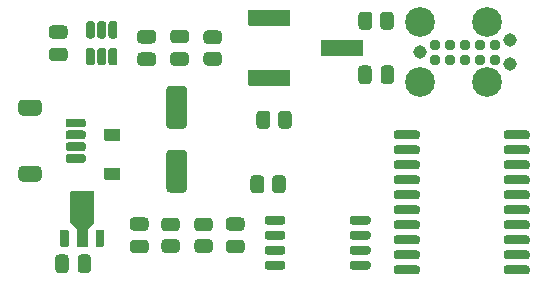
<source format=gts>
G04 #@! TF.GenerationSoftware,KiCad,Pcbnew,6.0.2+dfsg-1*
G04 #@! TF.CreationDate,2023-09-18T08:20:45-06:00*
G04 #@! TF.ProjectId,ckt-dingdong-flash,636b742d-6469-46e6-9764-6f6e672d666c,rev?*
G04 #@! TF.SameCoordinates,Original*
G04 #@! TF.FileFunction,Soldermask,Top*
G04 #@! TF.FilePolarity,Negative*
%FSLAX46Y46*%
G04 Gerber Fmt 4.6, Leading zero omitted, Abs format (unit mm)*
G04 Created by KiCad (PCBNEW 6.0.2+dfsg-1) date 2023-09-18 08:20:45*
%MOMM*%
%LPD*%
G01*
G04 APERTURE LIST*
%ADD10C,2.527300*%
%ADD11C,1.143000*%
%ADD12C,0.939800*%
G04 APERTURE END LIST*
G36*
G01*
X41054000Y-155318800D02*
X42004000Y-155318800D01*
G75*
G02*
X42330200Y-155645000I0J-326200D01*
G01*
X42330200Y-156145000D01*
G75*
G02*
X42004000Y-156471200I-326200J0D01*
G01*
X41054000Y-156471200D01*
G75*
G02*
X40727800Y-156145000I0J326200D01*
G01*
X40727800Y-155645000D01*
G75*
G02*
X41054000Y-155318800I326200J0D01*
G01*
G37*
G36*
G01*
X41054000Y-157218800D02*
X42004000Y-157218800D01*
G75*
G02*
X42330200Y-157545000I0J-326200D01*
G01*
X42330200Y-158045000D01*
G75*
G02*
X42004000Y-158371200I-326200J0D01*
G01*
X41054000Y-158371200D01*
G75*
G02*
X40727800Y-158045000I0J326200D01*
G01*
X40727800Y-157545000D01*
G75*
G02*
X41054000Y-157218800I326200J0D01*
G01*
G37*
G36*
G01*
X41272800Y-175989000D02*
X41272800Y-175039000D01*
G75*
G02*
X41599000Y-174712800I326200J0D01*
G01*
X42099000Y-174712800D01*
G75*
G02*
X42425200Y-175039000I0J-326200D01*
G01*
X42425200Y-175989000D01*
G75*
G02*
X42099000Y-176315200I-326200J0D01*
G01*
X41599000Y-176315200D01*
G75*
G02*
X41272800Y-175989000I0J326200D01*
G01*
G37*
G36*
G01*
X43172800Y-175989000D02*
X43172800Y-175039000D01*
G75*
G02*
X43499000Y-174712800I326200J0D01*
G01*
X43999000Y-174712800D01*
G75*
G02*
X44325200Y-175039000I0J-326200D01*
G01*
X44325200Y-175989000D01*
G75*
G02*
X43999000Y-176315200I-326200J0D01*
G01*
X43499000Y-176315200D01*
G75*
G02*
X43172800Y-175989000I0J326200D01*
G01*
G37*
G36*
G01*
X48862000Y-174627200D02*
X47912000Y-174627200D01*
G75*
G02*
X47585800Y-174301000I0J326200D01*
G01*
X47585800Y-173801000D01*
G75*
G02*
X47912000Y-173474800I326200J0D01*
G01*
X48862000Y-173474800D01*
G75*
G02*
X49188200Y-173801000I0J-326200D01*
G01*
X49188200Y-174301000D01*
G75*
G02*
X48862000Y-174627200I-326200J0D01*
G01*
G37*
G36*
G01*
X48862000Y-172727200D02*
X47912000Y-172727200D01*
G75*
G02*
X47585800Y-172401000I0J326200D01*
G01*
X47585800Y-171901000D01*
G75*
G02*
X47912000Y-171574800I326200J0D01*
G01*
X48862000Y-171574800D01*
G75*
G02*
X49188200Y-171901000I0J-326200D01*
G01*
X49188200Y-172401000D01*
G75*
G02*
X48862000Y-172727200I-326200J0D01*
G01*
G37*
G36*
G01*
X81443200Y-175872000D02*
X81443200Y-176172000D01*
G75*
G02*
X81217000Y-176398200I-226200J0D01*
G01*
X79467000Y-176398200D01*
G75*
G02*
X79240800Y-176172000I0J226200D01*
G01*
X79240800Y-175872000D01*
G75*
G02*
X79467000Y-175645800I226200J0D01*
G01*
X81217000Y-175645800D01*
G75*
G02*
X81443200Y-175872000I0J-226200D01*
G01*
G37*
G36*
G01*
X81443200Y-174602000D02*
X81443200Y-174902000D01*
G75*
G02*
X81217000Y-175128200I-226200J0D01*
G01*
X79467000Y-175128200D01*
G75*
G02*
X79240800Y-174902000I0J226200D01*
G01*
X79240800Y-174602000D01*
G75*
G02*
X79467000Y-174375800I226200J0D01*
G01*
X81217000Y-174375800D01*
G75*
G02*
X81443200Y-174602000I0J-226200D01*
G01*
G37*
G36*
G01*
X81443200Y-173332000D02*
X81443200Y-173632000D01*
G75*
G02*
X81217000Y-173858200I-226200J0D01*
G01*
X79467000Y-173858200D01*
G75*
G02*
X79240800Y-173632000I0J226200D01*
G01*
X79240800Y-173332000D01*
G75*
G02*
X79467000Y-173105800I226200J0D01*
G01*
X81217000Y-173105800D01*
G75*
G02*
X81443200Y-173332000I0J-226200D01*
G01*
G37*
G36*
G01*
X81443200Y-172062000D02*
X81443200Y-172362000D01*
G75*
G02*
X81217000Y-172588200I-226200J0D01*
G01*
X79467000Y-172588200D01*
G75*
G02*
X79240800Y-172362000I0J226200D01*
G01*
X79240800Y-172062000D01*
G75*
G02*
X79467000Y-171835800I226200J0D01*
G01*
X81217000Y-171835800D01*
G75*
G02*
X81443200Y-172062000I0J-226200D01*
G01*
G37*
G36*
G01*
X81443200Y-170792000D02*
X81443200Y-171092000D01*
G75*
G02*
X81217000Y-171318200I-226200J0D01*
G01*
X79467000Y-171318200D01*
G75*
G02*
X79240800Y-171092000I0J226200D01*
G01*
X79240800Y-170792000D01*
G75*
G02*
X79467000Y-170565800I226200J0D01*
G01*
X81217000Y-170565800D01*
G75*
G02*
X81443200Y-170792000I0J-226200D01*
G01*
G37*
G36*
G01*
X81443200Y-169522000D02*
X81443200Y-169822000D01*
G75*
G02*
X81217000Y-170048200I-226200J0D01*
G01*
X79467000Y-170048200D01*
G75*
G02*
X79240800Y-169822000I0J226200D01*
G01*
X79240800Y-169522000D01*
G75*
G02*
X79467000Y-169295800I226200J0D01*
G01*
X81217000Y-169295800D01*
G75*
G02*
X81443200Y-169522000I0J-226200D01*
G01*
G37*
G36*
G01*
X81443200Y-168252000D02*
X81443200Y-168552000D01*
G75*
G02*
X81217000Y-168778200I-226200J0D01*
G01*
X79467000Y-168778200D01*
G75*
G02*
X79240800Y-168552000I0J226200D01*
G01*
X79240800Y-168252000D01*
G75*
G02*
X79467000Y-168025800I226200J0D01*
G01*
X81217000Y-168025800D01*
G75*
G02*
X81443200Y-168252000I0J-226200D01*
G01*
G37*
G36*
G01*
X81443200Y-166982000D02*
X81443200Y-167282000D01*
G75*
G02*
X81217000Y-167508200I-226200J0D01*
G01*
X79467000Y-167508200D01*
G75*
G02*
X79240800Y-167282000I0J226200D01*
G01*
X79240800Y-166982000D01*
G75*
G02*
X79467000Y-166755800I226200J0D01*
G01*
X81217000Y-166755800D01*
G75*
G02*
X81443200Y-166982000I0J-226200D01*
G01*
G37*
G36*
G01*
X81443200Y-165712000D02*
X81443200Y-166012000D01*
G75*
G02*
X81217000Y-166238200I-226200J0D01*
G01*
X79467000Y-166238200D01*
G75*
G02*
X79240800Y-166012000I0J226200D01*
G01*
X79240800Y-165712000D01*
G75*
G02*
X79467000Y-165485800I226200J0D01*
G01*
X81217000Y-165485800D01*
G75*
G02*
X81443200Y-165712000I0J-226200D01*
G01*
G37*
G36*
G01*
X81443200Y-164442000D02*
X81443200Y-164742000D01*
G75*
G02*
X81217000Y-164968200I-226200J0D01*
G01*
X79467000Y-164968200D01*
G75*
G02*
X79240800Y-164742000I0J226200D01*
G01*
X79240800Y-164442000D01*
G75*
G02*
X79467000Y-164215800I226200J0D01*
G01*
X81217000Y-164215800D01*
G75*
G02*
X81443200Y-164442000I0J-226200D01*
G01*
G37*
G36*
G01*
X72143200Y-164442000D02*
X72143200Y-164742000D01*
G75*
G02*
X71917000Y-164968200I-226200J0D01*
G01*
X70167000Y-164968200D01*
G75*
G02*
X69940800Y-164742000I0J226200D01*
G01*
X69940800Y-164442000D01*
G75*
G02*
X70167000Y-164215800I226200J0D01*
G01*
X71917000Y-164215800D01*
G75*
G02*
X72143200Y-164442000I0J-226200D01*
G01*
G37*
G36*
G01*
X72143200Y-165712000D02*
X72143200Y-166012000D01*
G75*
G02*
X71917000Y-166238200I-226200J0D01*
G01*
X70167000Y-166238200D01*
G75*
G02*
X69940800Y-166012000I0J226200D01*
G01*
X69940800Y-165712000D01*
G75*
G02*
X70167000Y-165485800I226200J0D01*
G01*
X71917000Y-165485800D01*
G75*
G02*
X72143200Y-165712000I0J-226200D01*
G01*
G37*
G36*
G01*
X72143200Y-166982000D02*
X72143200Y-167282000D01*
G75*
G02*
X71917000Y-167508200I-226200J0D01*
G01*
X70167000Y-167508200D01*
G75*
G02*
X69940800Y-167282000I0J226200D01*
G01*
X69940800Y-166982000D01*
G75*
G02*
X70167000Y-166755800I226200J0D01*
G01*
X71917000Y-166755800D01*
G75*
G02*
X72143200Y-166982000I0J-226200D01*
G01*
G37*
G36*
G01*
X72143200Y-168252000D02*
X72143200Y-168552000D01*
G75*
G02*
X71917000Y-168778200I-226200J0D01*
G01*
X70167000Y-168778200D01*
G75*
G02*
X69940800Y-168552000I0J226200D01*
G01*
X69940800Y-168252000D01*
G75*
G02*
X70167000Y-168025800I226200J0D01*
G01*
X71917000Y-168025800D01*
G75*
G02*
X72143200Y-168252000I0J-226200D01*
G01*
G37*
G36*
G01*
X72143200Y-169522000D02*
X72143200Y-169822000D01*
G75*
G02*
X71917000Y-170048200I-226200J0D01*
G01*
X70167000Y-170048200D01*
G75*
G02*
X69940800Y-169822000I0J226200D01*
G01*
X69940800Y-169522000D01*
G75*
G02*
X70167000Y-169295800I226200J0D01*
G01*
X71917000Y-169295800D01*
G75*
G02*
X72143200Y-169522000I0J-226200D01*
G01*
G37*
G36*
G01*
X72143200Y-170792000D02*
X72143200Y-171092000D01*
G75*
G02*
X71917000Y-171318200I-226200J0D01*
G01*
X70167000Y-171318200D01*
G75*
G02*
X69940800Y-171092000I0J226200D01*
G01*
X69940800Y-170792000D01*
G75*
G02*
X70167000Y-170565800I226200J0D01*
G01*
X71917000Y-170565800D01*
G75*
G02*
X72143200Y-170792000I0J-226200D01*
G01*
G37*
G36*
G01*
X72143200Y-172062000D02*
X72143200Y-172362000D01*
G75*
G02*
X71917000Y-172588200I-226200J0D01*
G01*
X70167000Y-172588200D01*
G75*
G02*
X69940800Y-172362000I0J226200D01*
G01*
X69940800Y-172062000D01*
G75*
G02*
X70167000Y-171835800I226200J0D01*
G01*
X71917000Y-171835800D01*
G75*
G02*
X72143200Y-172062000I0J-226200D01*
G01*
G37*
G36*
G01*
X72143200Y-173332000D02*
X72143200Y-173632000D01*
G75*
G02*
X71917000Y-173858200I-226200J0D01*
G01*
X70167000Y-173858200D01*
G75*
G02*
X69940800Y-173632000I0J226200D01*
G01*
X69940800Y-173332000D01*
G75*
G02*
X70167000Y-173105800I226200J0D01*
G01*
X71917000Y-173105800D01*
G75*
G02*
X72143200Y-173332000I0J-226200D01*
G01*
G37*
G36*
G01*
X72143200Y-174602000D02*
X72143200Y-174902000D01*
G75*
G02*
X71917000Y-175128200I-226200J0D01*
G01*
X70167000Y-175128200D01*
G75*
G02*
X69940800Y-174902000I0J226200D01*
G01*
X69940800Y-174602000D01*
G75*
G02*
X70167000Y-174375800I226200J0D01*
G01*
X71917000Y-174375800D01*
G75*
G02*
X72143200Y-174602000I0J-226200D01*
G01*
G37*
G36*
G01*
X72143200Y-175872000D02*
X72143200Y-176172000D01*
G75*
G02*
X71917000Y-176398200I-226200J0D01*
G01*
X70167000Y-176398200D01*
G75*
G02*
X69940800Y-176172000I0J226200D01*
G01*
X69940800Y-175872000D01*
G75*
G02*
X70167000Y-175645800I226200J0D01*
G01*
X71917000Y-175645800D01*
G75*
G02*
X72143200Y-175872000I0J-226200D01*
G01*
G37*
G36*
G01*
X56990000Y-174627200D02*
X56040000Y-174627200D01*
G75*
G02*
X55713800Y-174301000I0J326200D01*
G01*
X55713800Y-173801000D01*
G75*
G02*
X56040000Y-173474800I326200J0D01*
G01*
X56990000Y-173474800D01*
G75*
G02*
X57316200Y-173801000I0J-326200D01*
G01*
X57316200Y-174301000D01*
G75*
G02*
X56990000Y-174627200I-326200J0D01*
G01*
G37*
G36*
G01*
X56990000Y-172727200D02*
X56040000Y-172727200D01*
G75*
G02*
X55713800Y-172401000I0J326200D01*
G01*
X55713800Y-171901000D01*
G75*
G02*
X56040000Y-171574800I326200J0D01*
G01*
X56990000Y-171574800D01*
G75*
G02*
X57316200Y-171901000I0J-326200D01*
G01*
X57316200Y-172401000D01*
G75*
G02*
X56990000Y-172727200I-326200J0D01*
G01*
G37*
G36*
G01*
X51341000Y-155699800D02*
X52291000Y-155699800D01*
G75*
G02*
X52617200Y-156026000I0J-326200D01*
G01*
X52617200Y-156526000D01*
G75*
G02*
X52291000Y-156852200I-326200J0D01*
G01*
X51341000Y-156852200D01*
G75*
G02*
X51014800Y-156526000I0J326200D01*
G01*
X51014800Y-156026000D01*
G75*
G02*
X51341000Y-155699800I326200J0D01*
G01*
G37*
G36*
G01*
X51341000Y-157599800D02*
X52291000Y-157599800D01*
G75*
G02*
X52617200Y-157926000I0J-326200D01*
G01*
X52617200Y-158426000D01*
G75*
G02*
X52291000Y-158752200I-326200J0D01*
G01*
X51341000Y-158752200D01*
G75*
G02*
X51014800Y-158426000I0J326200D01*
G01*
X51014800Y-157926000D01*
G75*
G02*
X51341000Y-157599800I326200J0D01*
G01*
G37*
G36*
G01*
X42336000Y-174080200D02*
X41786000Y-174080200D01*
G75*
G02*
X41709800Y-174004000I0J76200D01*
G01*
X41709800Y-172704000D01*
G75*
G02*
X41786000Y-172627800I76200J0D01*
G01*
X42336000Y-172627800D01*
G75*
G02*
X42412200Y-172704000I0J-76200D01*
G01*
X42412200Y-174004000D01*
G75*
G02*
X42336000Y-174080200I-76200J0D01*
G01*
G37*
G36*
X42577627Y-169355020D02*
G01*
X42622768Y-169328958D01*
X42636000Y-169327800D01*
X44486000Y-169327800D01*
X44534980Y-169345627D01*
X44561042Y-169390768D01*
X44562200Y-169404000D01*
X44562200Y-172004000D01*
X44544373Y-172052980D01*
X44539882Y-172057882D01*
X44037200Y-172560564D01*
X44037200Y-174004000D01*
X44019373Y-174052980D01*
X43974232Y-174079042D01*
X43961000Y-174080200D01*
X43161000Y-174080200D01*
X43112020Y-174062373D01*
X43085958Y-174017232D01*
X43084800Y-174004000D01*
X43084800Y-172560564D01*
X42582118Y-172057882D01*
X42560090Y-172010641D01*
X42559800Y-172004000D01*
X42559800Y-169404000D01*
X42577627Y-169355020D01*
G37*
G36*
G01*
X45336000Y-174080200D02*
X44786000Y-174080200D01*
G75*
G02*
X44709800Y-174004000I0J76200D01*
G01*
X44709800Y-172704000D01*
G75*
G02*
X44786000Y-172627800I76200J0D01*
G01*
X45336000Y-172627800D01*
G75*
G02*
X45412200Y-172704000I0J-76200D01*
G01*
X45412200Y-174004000D01*
G75*
G02*
X45336000Y-174080200I-76200J0D01*
G01*
G37*
G36*
G01*
X60810200Y-168333000D02*
X60810200Y-169233000D01*
G75*
G02*
X60484000Y-169559200I-326200J0D01*
G01*
X59959000Y-169559200D01*
G75*
G02*
X59632800Y-169233000I0J326200D01*
G01*
X59632800Y-168333000D01*
G75*
G02*
X59959000Y-168006800I326200J0D01*
G01*
X60484000Y-168006800D01*
G75*
G02*
X60810200Y-168333000I0J-326200D01*
G01*
G37*
G36*
G01*
X58985200Y-168333000D02*
X58985200Y-169233000D01*
G75*
G02*
X58659000Y-169559200I-326200J0D01*
G01*
X58134000Y-169559200D01*
G75*
G02*
X57807800Y-169233000I0J326200D01*
G01*
X57807800Y-168333000D01*
G75*
G02*
X58134000Y-168006800I326200J0D01*
G01*
X58659000Y-168006800D01*
G75*
G02*
X58985200Y-168333000I0J-326200D01*
G01*
G37*
G36*
G01*
X49497000Y-158772200D02*
X48547000Y-158772200D01*
G75*
G02*
X48220800Y-158446000I0J326200D01*
G01*
X48220800Y-157946000D01*
G75*
G02*
X48547000Y-157619800I326200J0D01*
G01*
X49497000Y-157619800D01*
G75*
G02*
X49823200Y-157946000I0J-326200D01*
G01*
X49823200Y-158446000D01*
G75*
G02*
X49497000Y-158772200I-326200J0D01*
G01*
G37*
G36*
G01*
X49497000Y-156872200D02*
X48547000Y-156872200D01*
G75*
G02*
X48220800Y-156546000I0J326200D01*
G01*
X48220800Y-156046000D01*
G75*
G02*
X48547000Y-155719800I326200J0D01*
G01*
X49497000Y-155719800D01*
G75*
G02*
X49823200Y-156046000I0J-326200D01*
G01*
X49823200Y-156546000D01*
G75*
G02*
X49497000Y-156872200I-326200J0D01*
G01*
G37*
G36*
G01*
X57683400Y-154012900D02*
X61112400Y-154012900D01*
G75*
G02*
X61188600Y-154089100I0J-76200D01*
G01*
X61188600Y-155282900D01*
G75*
G02*
X61112400Y-155359100I-76200J0D01*
G01*
X57683400Y-155359100D01*
G75*
G02*
X57607200Y-155282900I0J76200D01*
G01*
X57607200Y-154089100D01*
G75*
G02*
X57683400Y-154012900I76200J0D01*
G01*
G37*
G36*
G01*
X63830200Y-156552900D02*
X67284600Y-156552900D01*
G75*
G02*
X67360800Y-156629100I0J-76200D01*
G01*
X67360800Y-157822900D01*
G75*
G02*
X67284600Y-157899100I-76200J0D01*
G01*
X63830200Y-157899100D01*
G75*
G02*
X63754000Y-157822900I0J76200D01*
G01*
X63754000Y-156629100D01*
G75*
G02*
X63830200Y-156552900I76200J0D01*
G01*
G37*
G36*
G01*
X57683400Y-159092900D02*
X61112400Y-159092900D01*
G75*
G02*
X61188600Y-159169100I0J-76200D01*
G01*
X61188600Y-160362900D01*
G75*
G02*
X61112400Y-160439100I-76200J0D01*
G01*
X57683400Y-160439100D01*
G75*
G02*
X57607200Y-160362900I0J76200D01*
G01*
X57607200Y-159169100D01*
G75*
G02*
X57683400Y-159092900I76200J0D01*
G01*
G37*
G36*
G01*
X52112000Y-169499200D02*
X51012000Y-169499200D01*
G75*
G02*
X50685800Y-169173000I0J326200D01*
G01*
X50685800Y-166173000D01*
G75*
G02*
X51012000Y-165846800I326200J0D01*
G01*
X52112000Y-165846800D01*
G75*
G02*
X52438200Y-166173000I0J-326200D01*
G01*
X52438200Y-169173000D01*
G75*
G02*
X52112000Y-169499200I-326200J0D01*
G01*
G37*
G36*
G01*
X52112000Y-164099200D02*
X51012000Y-164099200D01*
G75*
G02*
X50685800Y-163773000I0J326200D01*
G01*
X50685800Y-160773000D01*
G75*
G02*
X51012000Y-160446800I326200J0D01*
G01*
X52112000Y-160446800D01*
G75*
G02*
X52438200Y-160773000I0J-326200D01*
G01*
X52438200Y-163773000D01*
G75*
G02*
X52112000Y-164099200I-326200J0D01*
G01*
G37*
D10*
X77851000Y-160147000D03*
X72136000Y-160147000D03*
X77851000Y-155067000D03*
X72136000Y-155067000D03*
D11*
X72136000Y-157607000D03*
X79756000Y-158623000D03*
X79756000Y-156591000D03*
D12*
X73406000Y-158242000D03*
X74676000Y-158242000D03*
X75946000Y-158242000D03*
X77216000Y-158242000D03*
X78486000Y-158242000D03*
X78486000Y-156972000D03*
X77216000Y-156972000D03*
X75946000Y-156972000D03*
X74676000Y-156972000D03*
X73406000Y-156972000D03*
G36*
G01*
X42396000Y-163223800D02*
X43646000Y-163223800D01*
G75*
G02*
X43872200Y-163450000I0J-226200D01*
G01*
X43872200Y-163750000D01*
G75*
G02*
X43646000Y-163976200I-226200J0D01*
G01*
X42396000Y-163976200D01*
G75*
G02*
X42169800Y-163750000I0J226200D01*
G01*
X42169800Y-163450000D01*
G75*
G02*
X42396000Y-163223800I226200J0D01*
G01*
G37*
G36*
G01*
X42396000Y-164223800D02*
X43646000Y-164223800D01*
G75*
G02*
X43872200Y-164450000I0J-226200D01*
G01*
X43872200Y-164750000D01*
G75*
G02*
X43646000Y-164976200I-226200J0D01*
G01*
X42396000Y-164976200D01*
G75*
G02*
X42169800Y-164750000I0J226200D01*
G01*
X42169800Y-164450000D01*
G75*
G02*
X42396000Y-164223800I226200J0D01*
G01*
G37*
G36*
G01*
X42396000Y-165223800D02*
X43646000Y-165223800D01*
G75*
G02*
X43872200Y-165450000I0J-226200D01*
G01*
X43872200Y-165750000D01*
G75*
G02*
X43646000Y-165976200I-226200J0D01*
G01*
X42396000Y-165976200D01*
G75*
G02*
X42169800Y-165750000I0J226200D01*
G01*
X42169800Y-165450000D01*
G75*
G02*
X42396000Y-165223800I226200J0D01*
G01*
G37*
G36*
G01*
X42396000Y-166223800D02*
X43646000Y-166223800D01*
G75*
G02*
X43872200Y-166450000I0J-226200D01*
G01*
X43872200Y-166750000D01*
G75*
G02*
X43646000Y-166976200I-226200J0D01*
G01*
X42396000Y-166976200D01*
G75*
G02*
X42169800Y-166750000I0J226200D01*
G01*
X42169800Y-166450000D01*
G75*
G02*
X42396000Y-166223800I226200J0D01*
G01*
G37*
G36*
G01*
X38496000Y-161623800D02*
X39796000Y-161623800D01*
G75*
G02*
X40122200Y-161950000I0J-326200D01*
G01*
X40122200Y-162650000D01*
G75*
G02*
X39796000Y-162976200I-326200J0D01*
G01*
X38496000Y-162976200D01*
G75*
G02*
X38169800Y-162650000I0J326200D01*
G01*
X38169800Y-161950000D01*
G75*
G02*
X38496000Y-161623800I326200J0D01*
G01*
G37*
G36*
G01*
X38496000Y-167223800D02*
X39796000Y-167223800D01*
G75*
G02*
X40122200Y-167550000I0J-326200D01*
G01*
X40122200Y-168250000D01*
G75*
G02*
X39796000Y-168576200I-326200J0D01*
G01*
X38496000Y-168576200D01*
G75*
G02*
X38169800Y-168250000I0J326200D01*
G01*
X38169800Y-167550000D01*
G75*
G02*
X38496000Y-167223800I326200J0D01*
G01*
G37*
G36*
G01*
X44412000Y-158721200D02*
X44112000Y-158721200D01*
G75*
G02*
X43885800Y-158495000I0J226200D01*
G01*
X43885800Y-157470000D01*
G75*
G02*
X44112000Y-157243800I226200J0D01*
G01*
X44412000Y-157243800D01*
G75*
G02*
X44638200Y-157470000I0J-226200D01*
G01*
X44638200Y-158495000D01*
G75*
G02*
X44412000Y-158721200I-226200J0D01*
G01*
G37*
G36*
G01*
X45362000Y-158721200D02*
X45062000Y-158721200D01*
G75*
G02*
X44835800Y-158495000I0J226200D01*
G01*
X44835800Y-157470000D01*
G75*
G02*
X45062000Y-157243800I226200J0D01*
G01*
X45362000Y-157243800D01*
G75*
G02*
X45588200Y-157470000I0J-226200D01*
G01*
X45588200Y-158495000D01*
G75*
G02*
X45362000Y-158721200I-226200J0D01*
G01*
G37*
G36*
G01*
X46312000Y-158721200D02*
X46012000Y-158721200D01*
G75*
G02*
X45785800Y-158495000I0J226200D01*
G01*
X45785800Y-157470000D01*
G75*
G02*
X46012000Y-157243800I226200J0D01*
G01*
X46312000Y-157243800D01*
G75*
G02*
X46538200Y-157470000I0J-226200D01*
G01*
X46538200Y-158495000D01*
G75*
G02*
X46312000Y-158721200I-226200J0D01*
G01*
G37*
G36*
G01*
X46312000Y-156446200D02*
X46012000Y-156446200D01*
G75*
G02*
X45785800Y-156220000I0J226200D01*
G01*
X45785800Y-155195000D01*
G75*
G02*
X46012000Y-154968800I226200J0D01*
G01*
X46312000Y-154968800D01*
G75*
G02*
X46538200Y-155195000I0J-226200D01*
G01*
X46538200Y-156220000D01*
G75*
G02*
X46312000Y-156446200I-226200J0D01*
G01*
G37*
G36*
G01*
X45362000Y-156446200D02*
X45062000Y-156446200D01*
G75*
G02*
X44835800Y-156220000I0J226200D01*
G01*
X44835800Y-155195000D01*
G75*
G02*
X45062000Y-154968800I226200J0D01*
G01*
X45362000Y-154968800D01*
G75*
G02*
X45588200Y-155195000I0J-226200D01*
G01*
X45588200Y-156220000D01*
G75*
G02*
X45362000Y-156446200I-226200J0D01*
G01*
G37*
G36*
G01*
X44412000Y-156446200D02*
X44112000Y-156446200D01*
G75*
G02*
X43885800Y-156220000I0J226200D01*
G01*
X43885800Y-155195000D01*
G75*
G02*
X44112000Y-154968800I226200J0D01*
G01*
X44412000Y-154968800D01*
G75*
G02*
X44638200Y-155195000I0J-226200D01*
G01*
X44638200Y-156220000D01*
G75*
G02*
X44412000Y-156446200I-226200J0D01*
G01*
G37*
G36*
G01*
X46701000Y-168419200D02*
X45501000Y-168419200D01*
G75*
G02*
X45424800Y-168343000I0J76200D01*
G01*
X45424800Y-167443000D01*
G75*
G02*
X45501000Y-167366800I76200J0D01*
G01*
X46701000Y-167366800D01*
G75*
G02*
X46777200Y-167443000I0J-76200D01*
G01*
X46777200Y-168343000D01*
G75*
G02*
X46701000Y-168419200I-76200J0D01*
G01*
G37*
G36*
G01*
X46701000Y-165119200D02*
X45501000Y-165119200D01*
G75*
G02*
X45424800Y-165043000I0J76200D01*
G01*
X45424800Y-164143000D01*
G75*
G02*
X45501000Y-164066800I76200J0D01*
G01*
X46701000Y-164066800D01*
G75*
G02*
X46777200Y-164143000I0J-76200D01*
G01*
X46777200Y-165043000D01*
G75*
G02*
X46701000Y-165119200I-76200J0D01*
G01*
G37*
G36*
G01*
X53398000Y-171599800D02*
X54298000Y-171599800D01*
G75*
G02*
X54624200Y-171926000I0J-326200D01*
G01*
X54624200Y-172451000D01*
G75*
G02*
X54298000Y-172777200I-326200J0D01*
G01*
X53398000Y-172777200D01*
G75*
G02*
X53071800Y-172451000I0J326200D01*
G01*
X53071800Y-171926000D01*
G75*
G02*
X53398000Y-171599800I326200J0D01*
G01*
G37*
G36*
G01*
X53398000Y-173424800D02*
X54298000Y-173424800D01*
G75*
G02*
X54624200Y-173751000I0J-326200D01*
G01*
X54624200Y-174276000D01*
G75*
G02*
X54298000Y-174602200I-326200J0D01*
G01*
X53398000Y-174602200D01*
G75*
G02*
X53071800Y-174276000I0J326200D01*
G01*
X53071800Y-173751000D01*
G75*
G02*
X53398000Y-173424800I326200J0D01*
G01*
G37*
G36*
G01*
X50604000Y-171599800D02*
X51504000Y-171599800D01*
G75*
G02*
X51830200Y-171926000I0J-326200D01*
G01*
X51830200Y-172451000D01*
G75*
G02*
X51504000Y-172777200I-326200J0D01*
G01*
X50604000Y-172777200D01*
G75*
G02*
X50277800Y-172451000I0J326200D01*
G01*
X50277800Y-171926000D01*
G75*
G02*
X50604000Y-171599800I326200J0D01*
G01*
G37*
G36*
G01*
X50604000Y-173424800D02*
X51504000Y-173424800D01*
G75*
G02*
X51830200Y-173751000I0J-326200D01*
G01*
X51830200Y-174276000D01*
G75*
G02*
X51504000Y-174602200I-326200J0D01*
G01*
X50604000Y-174602200D01*
G75*
G02*
X50277800Y-174276000I0J326200D01*
G01*
X50277800Y-173751000D01*
G75*
G02*
X50604000Y-173424800I326200J0D01*
G01*
G37*
G36*
G01*
X59023800Y-171981000D02*
X59023800Y-171681000D01*
G75*
G02*
X59250000Y-171454800I226200J0D01*
G01*
X60550000Y-171454800D01*
G75*
G02*
X60776200Y-171681000I0J-226200D01*
G01*
X60776200Y-171981000D01*
G75*
G02*
X60550000Y-172207200I-226200J0D01*
G01*
X59250000Y-172207200D01*
G75*
G02*
X59023800Y-171981000I0J226200D01*
G01*
G37*
G36*
G01*
X59023800Y-173251000D02*
X59023800Y-172951000D01*
G75*
G02*
X59250000Y-172724800I226200J0D01*
G01*
X60550000Y-172724800D01*
G75*
G02*
X60776200Y-172951000I0J-226200D01*
G01*
X60776200Y-173251000D01*
G75*
G02*
X60550000Y-173477200I-226200J0D01*
G01*
X59250000Y-173477200D01*
G75*
G02*
X59023800Y-173251000I0J226200D01*
G01*
G37*
G36*
G01*
X59023800Y-174521000D02*
X59023800Y-174221000D01*
G75*
G02*
X59250000Y-173994800I226200J0D01*
G01*
X60550000Y-173994800D01*
G75*
G02*
X60776200Y-174221000I0J-226200D01*
G01*
X60776200Y-174521000D01*
G75*
G02*
X60550000Y-174747200I-226200J0D01*
G01*
X59250000Y-174747200D01*
G75*
G02*
X59023800Y-174521000I0J226200D01*
G01*
G37*
G36*
G01*
X59023800Y-175791000D02*
X59023800Y-175491000D01*
G75*
G02*
X59250000Y-175264800I226200J0D01*
G01*
X60550000Y-175264800D01*
G75*
G02*
X60776200Y-175491000I0J-226200D01*
G01*
X60776200Y-175791000D01*
G75*
G02*
X60550000Y-176017200I-226200J0D01*
G01*
X59250000Y-176017200D01*
G75*
G02*
X59023800Y-175791000I0J226200D01*
G01*
G37*
G36*
G01*
X66223800Y-175791000D02*
X66223800Y-175491000D01*
G75*
G02*
X66450000Y-175264800I226200J0D01*
G01*
X67750000Y-175264800D01*
G75*
G02*
X67976200Y-175491000I0J-226200D01*
G01*
X67976200Y-175791000D01*
G75*
G02*
X67750000Y-176017200I-226200J0D01*
G01*
X66450000Y-176017200D01*
G75*
G02*
X66223800Y-175791000I0J226200D01*
G01*
G37*
G36*
G01*
X66223800Y-174521000D02*
X66223800Y-174221000D01*
G75*
G02*
X66450000Y-173994800I226200J0D01*
G01*
X67750000Y-173994800D01*
G75*
G02*
X67976200Y-174221000I0J-226200D01*
G01*
X67976200Y-174521000D01*
G75*
G02*
X67750000Y-174747200I-226200J0D01*
G01*
X66450000Y-174747200D01*
G75*
G02*
X66223800Y-174521000I0J226200D01*
G01*
G37*
G36*
G01*
X66223800Y-173251000D02*
X66223800Y-172951000D01*
G75*
G02*
X66450000Y-172724800I226200J0D01*
G01*
X67750000Y-172724800D01*
G75*
G02*
X67976200Y-172951000I0J-226200D01*
G01*
X67976200Y-173251000D01*
G75*
G02*
X67750000Y-173477200I-226200J0D01*
G01*
X66450000Y-173477200D01*
G75*
G02*
X66223800Y-173251000I0J226200D01*
G01*
G37*
G36*
G01*
X66223800Y-171981000D02*
X66223800Y-171681000D01*
G75*
G02*
X66450000Y-171454800I226200J0D01*
G01*
X67750000Y-171454800D01*
G75*
G02*
X67976200Y-171681000I0J-226200D01*
G01*
X67976200Y-171981000D01*
G75*
G02*
X67750000Y-172207200I-226200J0D01*
G01*
X66450000Y-172207200D01*
G75*
G02*
X66223800Y-171981000I0J226200D01*
G01*
G37*
G36*
G01*
X66951800Y-155390000D02*
X66951800Y-154490000D01*
G75*
G02*
X67278000Y-154163800I326200J0D01*
G01*
X67803000Y-154163800D01*
G75*
G02*
X68129200Y-154490000I0J-326200D01*
G01*
X68129200Y-155390000D01*
G75*
G02*
X67803000Y-155716200I-326200J0D01*
G01*
X67278000Y-155716200D01*
G75*
G02*
X66951800Y-155390000I0J326200D01*
G01*
G37*
G36*
G01*
X68776800Y-155390000D02*
X68776800Y-154490000D01*
G75*
G02*
X69103000Y-154163800I326200J0D01*
G01*
X69628000Y-154163800D01*
G75*
G02*
X69954200Y-154490000I0J-326200D01*
G01*
X69954200Y-155390000D01*
G75*
G02*
X69628000Y-155716200I-326200J0D01*
G01*
X69103000Y-155716200D01*
G75*
G02*
X68776800Y-155390000I0J326200D01*
G01*
G37*
G36*
G01*
X54160000Y-155744800D02*
X55060000Y-155744800D01*
G75*
G02*
X55386200Y-156071000I0J-326200D01*
G01*
X55386200Y-156596000D01*
G75*
G02*
X55060000Y-156922200I-326200J0D01*
G01*
X54160000Y-156922200D01*
G75*
G02*
X53833800Y-156596000I0J326200D01*
G01*
X53833800Y-156071000D01*
G75*
G02*
X54160000Y-155744800I326200J0D01*
G01*
G37*
G36*
G01*
X54160000Y-157569800D02*
X55060000Y-157569800D01*
G75*
G02*
X55386200Y-157896000I0J-326200D01*
G01*
X55386200Y-158421000D01*
G75*
G02*
X55060000Y-158747200I-326200J0D01*
G01*
X54160000Y-158747200D01*
G75*
G02*
X53833800Y-158421000I0J326200D01*
G01*
X53833800Y-157896000D01*
G75*
G02*
X54160000Y-157569800I326200J0D01*
G01*
G37*
G36*
G01*
X69979200Y-159037000D02*
X69979200Y-159987000D01*
G75*
G02*
X69653000Y-160313200I-326200J0D01*
G01*
X69153000Y-160313200D01*
G75*
G02*
X68826800Y-159987000I0J326200D01*
G01*
X68826800Y-159037000D01*
G75*
G02*
X69153000Y-158710800I326200J0D01*
G01*
X69653000Y-158710800D01*
G75*
G02*
X69979200Y-159037000I0J-326200D01*
G01*
G37*
G36*
G01*
X68079200Y-159037000D02*
X68079200Y-159987000D01*
G75*
G02*
X67753000Y-160313200I-326200J0D01*
G01*
X67253000Y-160313200D01*
G75*
G02*
X66926800Y-159987000I0J326200D01*
G01*
X66926800Y-159037000D01*
G75*
G02*
X67253000Y-158710800I326200J0D01*
G01*
X67753000Y-158710800D01*
G75*
G02*
X68079200Y-159037000I0J-326200D01*
G01*
G37*
G36*
G01*
X58315800Y-163772000D02*
X58315800Y-162872000D01*
G75*
G02*
X58642000Y-162545800I326200J0D01*
G01*
X59167000Y-162545800D01*
G75*
G02*
X59493200Y-162872000I0J-326200D01*
G01*
X59493200Y-163772000D01*
G75*
G02*
X59167000Y-164098200I-326200J0D01*
G01*
X58642000Y-164098200D01*
G75*
G02*
X58315800Y-163772000I0J326200D01*
G01*
G37*
G36*
G01*
X60140800Y-163772000D02*
X60140800Y-162872000D01*
G75*
G02*
X60467000Y-162545800I326200J0D01*
G01*
X60992000Y-162545800D01*
G75*
G02*
X61318200Y-162872000I0J-326200D01*
G01*
X61318200Y-163772000D01*
G75*
G02*
X60992000Y-164098200I-326200J0D01*
G01*
X60467000Y-164098200D01*
G75*
G02*
X60140800Y-163772000I0J326200D01*
G01*
G37*
M02*

</source>
